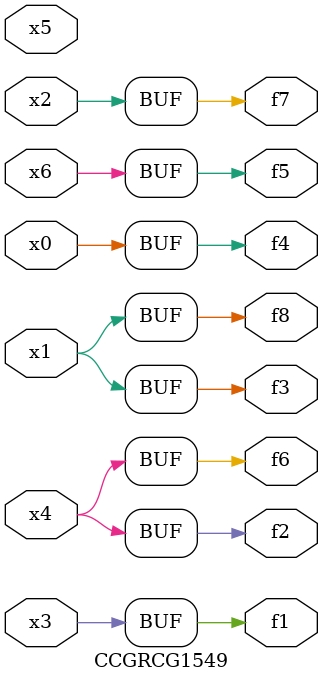
<source format=v>
module CCGRCG1549(
	input x0, x1, x2, x3, x4, x5, x6,
	output f1, f2, f3, f4, f5, f6, f7, f8
);
	assign f1 = x3;
	assign f2 = x4;
	assign f3 = x1;
	assign f4 = x0;
	assign f5 = x6;
	assign f6 = x4;
	assign f7 = x2;
	assign f8 = x1;
endmodule

</source>
